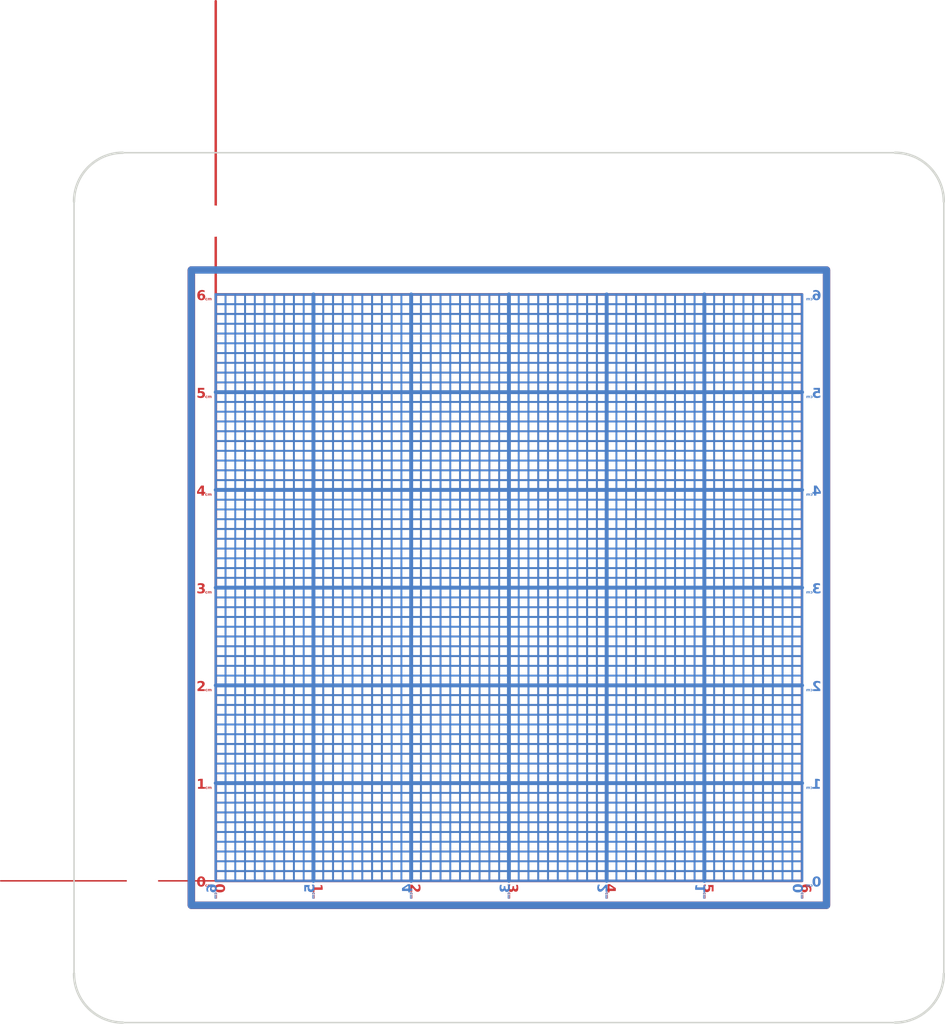
<source format=kicad_pcb>
(kicad_pcb (version 20221018) (generator pcbnew)
  (layers (0 "F.Cu" signal) (31 "B.Cu" signal) (34 "B.Paste" user) (35 "F.Paste" user) (36 "B.SilkS" user "B.Silkscreen") (37 "F.SilkS" user "F.Silkscreen") (38 "B.Mask" user) (39 "F.Mask" user) (44 "Edge.Cuts" user))
  (net 0 "")
  (footprint "oomlout_oomp_part_footprints:mhm3_electronic_mounting_hole_m3" (layer "F.Cu") (at -37.5 15)
    (fp_text reference "REF**" hide)
    (fp_text value "MountingHole_3.2mm_M3" hide)
    (pad "" np_thru_hole circle (at 0 0) (size 3.2 3.2) (drill 3.2) (layers "F&B.Cu" "*.Mask"))
  )
  (footprint "oomlout_oomp_part_footprints:mhm6_electronic_mounting_hole_m6" (layer "F.Cu") (at 22.4 37.5 90)
    (fp_text reference "REF**" hide)
    (fp_text value "MountingHole_6.4mm_M6" hide)
    (pad "" np_thru_hole circle (at 0 0 90) (size 6.4 6.4) (drill 6.4) (layers "F&B.Cu" "*.Mask"))
  )
  (footprint "oomlout_oomp_part_footprints:mhm3_electronic_mounting_hole_m3" (layer "F.Cu") (at 14.9 -37.5 90)
    (fp_text reference "REF**" hide)
    (fp_text value "MountingHole_3.2mm_M3" hide)
    (pad "" np_thru_hole circle (at 0 0 90) (size 3.2 3.2) (drill 3.2) (layers "F&B.Cu" "*.Mask"))
  )
  (footprint "oomlout_oomp_part_footprints:mhm3_electronic_mounting_hole_m3" (layer "F.Cu") (at -37.5 -15)
    (fp_text reference "REF**" hide)
    (fp_text value "MountingHole_3.2mm_M3" hide)
    (pad "" np_thru_hole circle (at 0 0) (size 3.2 3.2) (drill 3.2) (layers "F&B.Cu" "*.Mask"))
  )
  (footprint "oomlout_oomp_part_footprints:mhm3_electronic_mounting_hole_m3" (layer "F.Cu") (at 37.5 -30)
    (fp_text reference "REF**" hide)
    (fp_text value "MountingHole_3.2mm_M3" hide)
    (pad "" np_thru_hole circle (at 0 0) (size 3.2 3.2) (drill 3.2) (layers "F&B.Cu" "*.Mask"))
  )
  (footprint "oomlout_oomp_part_footprints:mhm6_electronic_mounting_hole_m6" (layer "F.Cu") (at 37.5 -22.5)
    (fp_text reference "REF**" hide)
    (fp_text value "MountingHole_6.4mm_M6" hide)
    (pad "" np_thru_hole circle (at 0 0) (size 6.4 6.4) (drill 6.4) (layers "F&B.Cu" "*.Mask"))
  )
  (footprint "oomlout_oomp_part_footprints:mhm6_electronic_mounting_hole_m6" (layer "F.Cu") (at -7.6 -37.5 90)
    (fp_text reference "REF**" hide)
    (fp_text value "MountingHole_6.4mm_M6" hide)
    (pad "" np_thru_hole circle (at 0 0 90) (size 6.4 6.4) (drill 6.4) (layers "F&B.Cu" "*.Mask"))
  )
  (footprint "oomlout_oomp_part_footprints:mhm3_electronic_mounting_hole_m3" (layer "F.Cu") (at 37.5 -15)
    (fp_text reference "REF**" hide)
    (fp_text value "MountingHole_3.2mm_M3" hide)
    (pad "" np_thru_hole circle (at 0 0) (size 3.2 3.2) (drill 3.2) (layers "F&B.Cu" "*.Mask"))
  )
  (footprint "oomlout_oomp_part_footprints:mhm3_electronic_mounting_hole_m3" (layer "F.Cu") (at -0.1 37.5 90)
    (fp_text reference "REF**" hide)
    (fp_text value "MountingHole_3.2mm_M3" hide)
    (pad "" np_thru_hole circle (at 0 0 90) (size 3.2 3.2) (drill 3.2) (layers "F&B.Cu" "*.Mask"))
  )
  (footprint "oomlout_oomp_part_footprints:mhm6_electronic_mounting_hole_m6" (layer "F.Cu") (at -37.5 -22.5)
    (fp_text reference "REF**" hide)
    (fp_text value "MountingHole_6.4mm_M6" hide)
    (pad "" np_thru_hole circle (at 0 0) (size 6.4 6.4) (drill 6.4) (layers "F&B.Cu" "*.Mask"))
  )
  (footprint "oomlout_oomp_part_footprints:mhm6_electronic_mounting_hole_m6" (layer "F.Cu") (at 37.5 7.5)
    (fp_text reference "REF**" hide)
    (fp_text value "MountingHole_6.4mm_M6" hide)
    (pad "" np_thru_hole circle (at 0 0) (size 6.4 6.4) (drill 6.4) (layers "F&B.Cu" "*.Mask"))
  )
  (footprint "oomlout_oomp_part_footprints:mhm3_electronic_mounting_hole_m3" (layer "F.Cu") (at 29.9 -37.5 90)
    (fp_text reference "REF**" hide)
    (fp_text value "MountingHole_3.2mm_M3" hide)
    (pad "" np_thru_hole circle (at 0 0 90) (size 3.2 3.2) (drill 3.2) (layers "F&B.Cu" "*.Mask"))
  )
  (footprint "oomlout_oomp_part_footprints:mhm3_electronic_mounting_hole_m3" (layer "F.Cu") (at -37.5 0)
    (fp_text reference "REF**" hide)
    (fp_text value "MountingHole_3.2mm_M3" hide)
    (pad "" np_thru_hole circle (at 0 0) (size 3.2 3.2) (drill 3.2) (layers "F&B.Cu" "*.Mask"))
  )
  (footprint "oomlout_oomp_part_footprints:mhm6_electronic_mounting_hole_m6" (layer "F.Cu") (at 22.4 -37.5 90)
    (fp_text reference "REF**" hide)
    (fp_text value "MountingHole_6.4mm_M6" hide)
    (pad "" np_thru_hole circle (at 0 0 90) (size 6.4 6.4) (drill 6.4) (layers "F&B.Cu" "*.Mask"))
  )
  (footprint "oomlout_oomp_part_footprints:mhm6_electronic_mounting_hole_m6" (layer "F.Cu") (at -37.5 7.5)
    (fp_text reference "REF**" hide)
    (fp_text value "MountingHole_6.4mm_M6" hide)
    (pad "" np_thru_hole circle (at 0 0) (size 6.4 6.4) (drill 6.4) (layers "*.Cu" "*.Mask"))
  )
  (footprint "oomlout_oomp_part_footprints:mhm6_electronic_mounting_hole_m6" (layer "F.Cu") (at 7.4 37.5 90)
    (fp_text reference "REF**" hide)
    (fp_text value "MountingHole_6.4mm_M6" hide)
    (pad "" np_thru_hole circle (at 0 0 90) (size 6.4 6.4) (drill 6.4) (layers "F&B.Cu" "*.Mask"))
  )
  (footprint "oomlout_oomp_part_footprints:mhm6_electronic_mounting_hole_m6" (layer "F.Cu") (at 37.5 22.5)
    (fp_text reference "REF**" hide)
    (fp_text value "MountingHole_6.4mm_M6" hide)
    (pad "" np_thru_hole circle (at 0 0) (size 6.4 6.4) (drill 6.4) (layers "F&B.Cu" "*.Mask"))
  )
  (footprint "oomlout_oomp_part_footprints:mhm3_electronic_mounting_hole_m3" (layer "F.Cu") (at -15.1 37.5 90)
    (fp_text reference "REF**" hide)
    (fp_text value "MountingHole_3.2mm_M3" hide)
    (pad "" np_thru_hole circle (at 0 0 90) (size 3.2 3.2) (drill 3.2) (layers "F&B.Cu" "*.Mask"))
  )
  (footprint "oomlout_oomp_part_footprints:mhm3_electronic_mounting_hole_m3" (layer "F.Cu") (at 37.5 30)
    (fp_text reference "REF**" hide)
    (fp_text value "MountingHole_3.2mm_M3" hide)
    (pad "" np_thru_hole circle (at 0 0) (size 3.2 3.2) (drill 3.2) (layers "F&B.Cu" "*.Mask"))
  )
  (footprint "oomlout_oomp_part_footprints:mhm3_electronic_mounting_hole_m3" (layer "F.Cu") (at -30.1 37.5 90)
    (fp_text reference "REF**" hide)
    (fp_text value "MountingHole_3.2mm_M3" hide)
    (pad "" np_thru_hole circle (at 0 0 90) (size 3.2 3.2) (drill 3.2) (layers "F&B.Cu" "*.Mask"))
  )
  (footprint "oomlout_oomp_part_footprints:mhm6_electronic_mounting_hole_m6" (layer "F.Cu") (at -37.5 -7.5)
    (fp_text reference "REF**" hide)
    (fp_text value "MountingHole_6.4mm_M6" hide)
    (pad "" np_thru_hole circle (at 0 0) (size 6.4 6.4) (drill 6.4) (layers "F&B.Cu" "*.Mask"))
  )
  (footprint "oomlout_oomp_part_footprints:mhm6_electronic_mounting_hole_m6" (layer "F.Cu") (at -7.6 37.5 90)
    (fp_text reference "REF**" hide)
    (fp_text value "MountingHole_6.4mm_M6" hide)
    (pad "" np_thru_hole circle (at 0 0 90) (size 6.4 6.4) (drill 6.4) (layers "F&B.Cu" "*.Mask"))
  )
  (footprint "oomlout_oomp_part_footprints:mhm3_electronic_mounting_hole_m3" (layer "F.Cu") (at 14.9 37.5 90)
    (fp_text reference "REF**" hide)
    (fp_text value "MountingHole_3.2mm_M3" hide)
    (pad "" np_thru_hole circle (at 0 0 90) (size 3.2 3.2) (drill 3.2) (layers "F&B.Cu" "*.Mask"))
  )
  (footprint "oomlout_oomp_part_footprints:mhm6_electronic_mounting_hole_m6" (layer "F.Cu") (at -22.6 -37.5 90)
    (fp_text reference "REF**" hide)
    (fp_text value "MountingHole_6.4mm_M6" hide)
    (pad "" np_thru_hole circle (at 0 0 90) (size 6.4 6.4) (drill 6.4) (layers "F&B.Cu" "*.Mask"))
  )
  (footprint "oomlout_oomp_part_footprints:mhm6_electronic_mounting_hole_m6" (layer "F.Cu") (at -37.5 37.5)
    (fp_text reference "REF**" hide)
    (fp_text value "MountingHole_6.4mm_M6" hide)
    (pad "" np_thru_hole circle (at 0 0) (size 6.4 6.4) (drill 6.4) (layers "F&B.Cu" "*.Mask"))
  )
  (footprint "oomlout_oomp_part_footprints:mhm6_electronic_mounting_hole_m6" (layer "F.Cu") (at -22.6 37.5 90)
    (fp_text reference "REF**" hide)
    (fp_text value "MountingHole_6.4mm_M6" hide)
    (pad "" np_thru_hole circle (at 0 0 90) (size 6.4 6.4) (drill 6.4) (layers "F&B.Cu" "*.Mask"))
  )
  (footprint "oomlout_oomp_part_footprints:mhm3_electronic_mounting_hole_m3" (layer "F.Cu") (at -15.1 -37.5 90)
    (fp_text reference "REF**" hide)
    (fp_text value "MountingHole_3.2mm_M3" hide)
    (pad "" np_thru_hole circle (at 0 0 90) (size 3.2 3.2) (drill 3.2) (layers "F&B.Cu" "*.Mask"))
  )
  (footprint "oomlout_oomp_part_footprints:mhm3_electronic_mounting_hole_m3" (layer "F.Cu") (at -37.5 -30)
    (fp_text reference "REF**" hide)
    (fp_text value "MountingHole_3.2mm_M3" hide)
    (pad "" np_thru_hole circle (at 0 0) (size 3.2 3.2) (drill 3.2) (layers "*.Cu" "*.Mask"))
  )
  (footprint "oomlout_oomp_part_footprints:mhm6_electronic_mounting_hole_m6" (layer "F.Cu") (at 37.5 -7.5)
    (fp_text reference "REF**" hide)
    (fp_text value "MountingHole_6.4mm_M6" hide)
    (pad "" np_thru_hole circle (at 0 0) (size 6.4 6.4) (drill 6.4) (layers "F&B.Cu" "*.Mask"))
  )
  (footprint "oomlout_oomp_part_footprints:mhm6_electronic_mounting_hole_m6" (layer "F.Cu") (at 7.4 -37.5 90)
    (fp_text reference "REF**" hide)
    (fp_text value "MountingHole_6.4mm_M6" hide)
    (pad "" np_thru_hole circle (at 0 0 90) (size 6.4 6.4) (drill 6.4) (layers "F&B.Cu" "*.Mask"))
  )
  (footprint "oomlout_oomp_part_footprints:mhm6_electronic_mounting_hole_m6" (layer "F.Cu") (at 37.5 -37.5 90)
    (fp_text reference "REF**" hide)
    (fp_text value "MountingHole_6.4mm_M6" hide)
    (pad "" np_thru_hole circle (at 0 0 90) (size 6.4 6.4) (drill 6.4) (layers "F&B.Cu" "*.Mask"))
  )
  (footprint "oomlout_oomp_part_footprints:mhm3_electronic_mounting_hole_m3" (layer "F.Cu") (at -37.5 30)
    (fp_text reference "REF**" hide)
    (fp_text value "MountingHole_3.2mm_M3" hide)
    (pad "" np_thru_hole circle (at 0 0) (size 3.2 3.2) (drill 3.2) (layers "F&B.Cu" "*.Mask"))
  )
  (footprint "oomlout_oomp_part_footprints:mhm6_electronic_mounting_hole_m6" (layer "F.Cu") (at 37.5 37.5)
    (fp_text reference "REF**" hide)
    (fp_text value "MountingHole_6.4mm_M6" hide)
    (pad "" np_thru_hole circle (at 0 0) (size 6.4 6.4) (drill 6.4) (layers "F&B.Cu" "*.Mask"))
  )
  (footprint "oomlout_oomp_part_footprints:mhm6_electronic_mounting_hole_m6" (layer "F.Cu") (at -37.5 -37.5)
    (fp_text reference "REF**" hide)
    (fp_text value "MountingHole_6.4mm_M6" hide)
    (pad "" np_thru_hole circle (at 0 0) (size 6.4 6.4) (drill 6.4) (layers "F&B.Cu" "*.Mask"))
  )
  (footprint "oomlout_oomp_part_footprints:mhm3_electronic_mounting_hole_m3" (layer "F.Cu") (at 37.5 0)
    (fp_text reference "REF**" hide)
    (fp_text value "MountingHole_3.2mm_M3" hide)
    (pad "" np_thru_hole circle (at 0 0) (size 3.2 3.2) (drill 3.2) (layers "F&B.Cu" "*.Mask"))
  )
  (footprint "oomlout_oomp_part_footprints:mhm3_electronic_mounting_hole_m3" (layer "F.Cu") (at -0.1 -37.5 90)
    (fp_text reference "REF**" hide)
    (fp_text value "MountingHole_3.2mm_M3" hide)
    (pad "" np_thru_hole circle (at 0 0 90) (size 3.2 3.2) (drill 3.2) (layers "F&B.Cu" "*.Mask"))
  )
  (footprint "oomlout_oomp_part_footprints:mhm3_electronic_mounting_hole_m3" (layer "F.Cu") (at 37.5 15)
    (fp_text reference "REF**" hide)
    (fp_text value "MountingHole_3.2mm_M3" hide)
    (pad "" np_thru_hole circle (at 0 0) (size 3.2 3.2) (drill 3.2) (layers "F&B.Cu" "*.Mask"))
  )
  (footprint "oomlout_oomp_part_footprints:mhm3_electronic_mounting_hole_m3" (layer "F.Cu") (at -30.1 -37.5 90)
    (fp_text reference "REF**" hide)
    (fp_text value "MountingHole_3.2mm_M3" hide)
    (pad "" np_thru_hole circle (at 0 0 90) (size 3.2 3.2) (drill 3.2) (layers "F&B.Cu" "*.Mask"))
  )
  (footprint "oomlout_oomp_part_footprints:mhm6_electronic_mounting_hole_m6" (layer "F.Cu") (at -37.5 22.5)
    (fp_text reference "REF**" hide)
    (fp_text value "MountingHole_6.4mm_M6" hide)
    (pad "" np_thru_hole circle (at 0 0) (size 6.4 6.4) (drill 6.4) (layers "F&B.Cu" "*.Mask"))
  )
  (gr_line (start 3 30) (end 3 -30) (stroke (width 0.15)) (layer "F.Cu"))
  (gr_line (start 16 30) (end 16 -30) (stroke (width 0.15)) (layer "F.Cu"))
  (gr_line (start -2 30) (end -2 -30) (stroke (width 0.15)) (layer "F.Cu"))
  (gr_line (start -30 -10) (end 30 -10) (stroke (width 0.25)) (layer "F.Cu"))
  (gr_line (start 28 30) (end 28 -30) (stroke (width 0.15)) (layer "F.Cu"))
  (gr_line (start -30 8) (end 30 8) (stroke (width 0.15)) (layer "F.Cu"))
  (gr_line (start -26 30) (end -26 -30) (stroke (width 0.15)) (layer "F.Cu"))
  (gr_line (start -4 30) (end -4 -30) (stroke (width 0.15)) (layer "F.Cu"))
  (gr_line (start -30 26) (end 30 26) (stroke (width 0.15)) (layer "F.Cu"))
  (gr_line (start 15 30) (end 15 -30) (stroke (width 0.15)) (layer "F.Cu"))
  (gr_line (start -16 30) (end -16 -30) (stroke (width 0.15)) (layer "F.Cu"))
  (gr_line (start -30 16) (end 30 16) (stroke (width 0.15)) (layer "F.Cu"))
  (gr_line (start -30 -3) (end 30 -3) (stroke (width 0.15)) (layer "F.Cu"))
  (gr_line (start 29 30) (end 29 -30) (stroke (width 0.15)) (layer "F.Cu"))
  (gr_line (start 27 30) (end 27 -30) (stroke (width 0.15)) (layer "F.Cu"))
  (gr_line (start 10 30) (end 10 -30) (stroke (width 0.25)) (layer "F.Cu"))
  (gr_line (start -30 -16) (end 30 -16) (stroke (width 0.15)) (layer "F.Cu"))
  (gr_line (start -30 -27) (end 30 -27) (stroke (width 0.15)) (layer "F.Cu"))
  (gr_line (start -7 30) (end -7 -30) (stroke (width 0.15)) (layer "F.Cu"))
  (gr_line (start -30 -12) (end 30 -12) (stroke (width 0.15)) (layer "F.Cu"))
  (gr_line (start 11 30) (end 11 -30) (stroke (width 0.15)) (layer "F.Cu"))
  (gr_line (start -30 -25) (end 30 -25) (stroke (width 0.15)) (layer "F.Cu"))
  (gr_line (start -30 27) (end 30 27) (stroke (width 0.15)) (layer "F.Cu"))
  (gr_line (start -25 30) (end -25 -30) (stroke (width 0.15)) (layer "F.Cu"))
  (gr_line (start -30 -13) (end 30 -13) (stroke (width 0.15)) (layer "F.Cu"))
  (gr_line (start -30 13) (end 30 13) (stroke (width 0.15)) (layer "F.Cu"))
  (gr_line (start -30 -12) (end 30 -12) (stroke (width 0.15)) (layer "F.Cu"))
  (gr_line (start -17 30) (end -17 -30) (stroke (width 0.15)) (layer "F.Cu"))
  (gr_line (start -30 -14) (end 30 -14) (stroke (width 0.15)) (layer "F.Cu"))
  (gr_line (start -24 30) (end -24 -30) (stroke (width 0.15)) (layer "F.Cu"))
  (gr_line (start 11 30) (end 11 -30) (stroke (width 0.15)) (layer "F.Cu"))
  (gr_line (start -30 20) (end 30 20) (stroke (width 0.25)) (layer "F.Cu"))
  (gr_line (start -8 30) (end -8 -30) (stroke (width 0.15)) (layer "F.Cu"))
  (gr_line (start -30 -11) (end 30 -11) (stroke (width 0.15)) (layer "F.Cu"))
  (gr_line (start -10 30) (end -10 -30) (stroke (width 0.25)) (layer "F.Cu"))
  (gr_line (start 23 30) (end 23 -30) (stroke (width 0.15)) (layer "F.Cu"))
  (gr_line (start -30 18) (end 30 18) (stroke (width 0.15)) (layer "F.Cu"))
  (gr_line (start -30 5) (end 30 5) (stroke (width 0.15)) (layer "F.Cu"))
  (gr_line (start 23 30) (end 23 -30) (stroke (width 0.15)) (layer "F.Cu"))
  (gr_line (start -30 -3) (end 30 -3) (stroke (width 0.15)) (layer "F.Cu"))
  (gr_line (start -30 -26) (end 30 -26) (stroke (width 0.15)) (layer "F.Cu"))
  (gr_line (start -20 30) (end -20 -30) (stroke (width 0.25)) (layer "F.Cu"))
  (gr_line (start 22 30) (end 22 -30) (stroke (width 0.15)) (layer "F.Cu"))
  (gr_line (start 19 30) (end 19 -30) (stroke (width 0.15)) (layer "F.Cu"))
  (gr_line (start -30 -18) (end 30 -18) (stroke (width 0.15)) (layer "F.Cu"))
  (gr_line (start -27 30) (end -27 -30) (stroke (width 0.15)) (layer "F.Cu"))
  (gr_line (start -30 14) (end 30 14) (stroke (width 0.15)) (layer "F.Cu"))
  (gr_line (start -30 6) (end 30 6) (stroke (width 0.15)) (layer "F.Cu"))
  (gr_line (start -30 26) (end 30 26) (stroke (width 0.15)) (layer "F.Cu"))
  (gr_line (start -30 4) (end 30 4) (stroke (width 0.15)) (layer "F.Cu"))
  (gr_line (start -30 23) (end 30 23) (stroke (width 0.15)) (layer "F.Cu"))
  (gr_line (start -30 2) (end 30 2) (stroke (width 0.15)) (layer "F.Cu"))
  (gr_line (start -30 12) (end 30 12) (stroke (width 0.15)) (layer "F.Cu"))
  (gr_line (start 28 30) (end 28 -30) (stroke (width 0.15)) (layer "F.Cu"))
  (gr_rect (start -32.5 -32.5) (end 32.5 32.5) (stroke (width 0.75)) (fill none) (layer "F.Cu"))
  (gr_line (start 12 30) (end 12 -30) (stroke (width 0.15)) (layer "F.Cu"))
  (gr_line (start -30 -27) (end 30 -27) (stroke (width 0.15)) (layer "F.Cu"))
  (gr_line (start -30 -29) (end 30 -29) (stroke (width 0.15)) (layer "F.Cu"))
  (gr_line (start -30 -9) (end 30 -9) (stroke (width 0.15)) (layer "F.Cu"))
  (gr_line (start -30 -8) (end 30 -8) (stroke (width 0.15)) (layer "F.Cu"))
  (gr_line (start -30 -18) (end 30 -18) (stroke (width 0.15)) (layer "F.Cu"))
  (gr_line (start 3 30) (end 3 -30) (stroke (width 0.15)) (layer "F.Cu"))
  (gr_line (start -30 -20) (end 30 -20) (stroke (width 0.25)) (layer "F.Cu"))
  (gr_line (start -30 22) (end 30 22) (stroke (width 0.15)) (layer "F.Cu"))
  (gr_line (start 22 30) (end 22 -30) (stroke (width 0.15)) (layer "F.Cu"))
  (gr_line (start -30 -29) (end 30 -29) (stroke (width 0.15)) (layer "F.Cu"))
  (gr_line (start -30 -23) (end 30 -23) (stroke (width 0.15)) (layer "F.Cu"))
  (gr_line (start -30 29) (end 30 29) (stroke (width 0.15)) (layer "F.Cu"))
  (gr_line (start 27 30) (end 27 -30) (stroke (width 0.15)) (layer "F.Cu"))
  (gr_line (start -30 -17) (end 30 -17) (stroke (width 0.15)) (layer "F.Cu"))
  (gr_line (start 17 30) (end 17 -30) (stroke (width 0.15)) (layer "F.Cu"))
  (gr_line (start -22 30) (end -22 -30) (stroke (width 0.15)) (layer "F.Cu"))
  (gr_line (start -30 -1) (end 30 -1) (stroke (width 0.15)) (layer "F.Cu"))
  (gr_line (start -30 -6) (end 30 -6) (stroke (width 0.15)) (layer "F.Cu"))
  (gr_line (start 5 30) (end 5 -30) (stroke (width 0.15)) (layer "F.Cu"))
  (gr_line (start -24 30) (end -24 -30) (stroke (width 0.15)) (layer "F.Cu"))
  (gr_line (start 0 30) (end 0 -30) (stroke (width 0.25)) (layer "F.Cu"))
  (gr_line (start -30 9) (end 30 9) (stroke (width 0.15)) (layer "F.Cu"))
  (gr_line (start -30 28) (end 30 28) (stroke (width 0.15)) (layer "F.Cu"))
  (gr_line (start -30 3) (end 30 3) (stroke (width 0.15)) (layer "F.Cu"))
  (gr_line (start -30 -28) (end 30 -28) (stroke (width 0.15)) (layer "F.Cu"))
  (gr_line (start -9 30) (end -9 -30) (stroke (width 0.15)) (layer "F.Cu"))
  (gr_line (start -30 22) (end 30 22) (stroke (width 0.15)) (layer "F.Cu"))
  (gr_line (start -25 30) (end -25 -30) (stroke (width 0.15)) (layer "F.Cu"))
  (gr_line (start -30 21) (end 30 21) (stroke (width 0.15)) (layer "F.Cu"))
  (gr_line (start 8 30) (end 8 -30) (stroke (width 0.15)) (layer "F.Cu"))
  (gr_line (start -30 1) (end 30 1) (stroke (width 0.15)) (layer "F.Cu"))
  (gr_line (start -23 30) (end -23 -30) (stroke (width 0.15)) (layer "F.Cu"))
  (gr_line (start -30 20) (end 30 20) (stroke (width 0.25)) (layer "F.Cu"))
  (gr_line (start -21 30) (end -21 -30) (stroke (width 0.15)) (layer "F.Cu"))
  (gr_line (start -30 1) (end 30 1) (stroke (width 0.15)) (layer "F.Cu"))
  (gr_line (start 17 30) (end 17 -30) (stroke (width 0.15)) (layer "F.Cu"))
  (gr_line (start -30 -23) (end 30 -23) (stroke (width 0.15)) (layer "F.Cu"))
  (gr_line (start -30 12) (end 30 12) (stroke (width 0.15)) (layer "F.Cu"))
  (gr_line (start 14 30) (end 14 -30) (stroke (width 0.15)) (layer "F.Cu"))
  (gr_line (start -30 -5) (end 30 -5) (stroke (width 0.15)) (layer "F.Cu"))
  (gr_line (start -30 -4) (end 30 -4) (stroke (width 0.15)) (layer "F.Cu"))
  (gr_line (start -13 30) (end -13 -30) (stroke (width 0.15)) (layer "F.Cu"))
  (gr_line (start -17 30) (end -17 -30) (stroke (width 0.15)) (layer "F.Cu"))
  (gr_line (start -30 -7) (end 30 -7) (stroke (width 0.15)) (layer "F.Cu"))
  (gr_line (start -30 -9) (end 30 -9) (stroke (width 0.15)) (layer "F.Cu"))
  (gr_line (start 7 30) (end 7 -30) (stroke (width 0.15)) (layer "F.Cu"))
  (gr_line (start -30 -1) (end 30 -1) (stroke (width 0.15)) (layer "F.Cu"))
  (gr_line (start -28 30) (end -28 -30) (stroke (width 0.15)) (layer "F.Cu"))
  (gr_line (start -30 14) (end 30 14) (stroke (width 0.15)) (layer "F.Cu"))
  (gr_line (start -6 30) (end -6 -30) (stroke (width 0.15)) (layer "F.Cu"))
  (gr_line (start 5 30) (end 5 -30) (stroke (width 0.15)) (layer "F.Cu"))
  (gr_line (start 20 30) (end 20 -30) (stroke (width 0.25)) (layer "F.Cu"))
  (gr_line (start -10 30) (end -10 -30) (stroke (width 0.25)) (layer "F.Cu"))
  (gr_line (start -13 30) (end -13 -30) (stroke (width 0.15)) (layer "F.Cu"))
  (gr_line (start 2 30) (end 2 -30) (stroke (width 0.15)) (layer "F.Cu"))
  (gr_line (start -30 16) (end 30 16) (stroke (width 0.15)) (layer "F.Cu"))
  (gr_line (start 7 30) (end 7 -30) (stroke (width 0.15)) (layer "F.Cu"))
  (gr_line (start -30 25) (end 30 25) (stroke (width 0.15)) (layer "F.Cu"))
  (gr_rect (start -30 -30) (end 30 30) (stroke (width 0.25)) (fill none) (layer "F.Cu"))
  (gr_line (start -30 15) (end 30 15) (stroke (width 0.15)) (layer "F.Cu"))
  (gr_line (start 1 30) (end 1 -30) (stroke (width 0.15)) (layer "F.Cu"))
  (gr_line (start 18 30) (end 18 -30) (stroke (width 0.15)) (layer "F.Cu"))
  (gr_line (start -14 30) (end -14 -30) (stroke (width 0.15)) (layer "F.Cu"))
  (gr_line (start -30 -11) (end 30 -11) (stroke (width 0.15)) (layer "F.Cu"))
  (gr_line (start -2 30) (end -2 -30) (stroke (width 0.15)) (layer "F.Cu"))
  (gr_line (start -5 30) (end -5 -30) (stroke (width 0.15)) (layer "F.Cu"))
  (gr_line (start -30 -19) (end 30 -19) (stroke (width 0.15)) (layer "F.Cu"))
  (gr_line (start -30 4) (end 30 4) (stroke (width 0.15)) (layer "F.Cu"))
  (gr_line (start 24 30) (end 24 -30) (stroke (width 0.15)) (layer "F.Cu"))
  (gr_line (start -30 19) (end 30 19) (stroke (width 0.15)) (layer "F.Cu"))
  (gr_line (start -30 17) (end 30 17) (stroke (width 0.15)) (layer "F.Cu"))
  (gr_line (start -15 30) (end -15 -30) (stroke (width 0.15)) (layer "F.Cu"))
  (gr_line (start -30 11) (end 30 11) (stroke (width 0.15)) (layer "F.Cu"))
  (gr_line (start -30 29) (end 30 29) (stroke (width 0.15)) (layer "F.Cu"))
  (gr_line (start -5 30) (end -5 -30) (stroke (width 0.15)) (layer "F.Cu"))
  (gr_line (start -30 6) (end 30 6) (stroke (width 0.15)) (layer "F.Cu"))
  (gr_line (start -30 -22) (end 30 -22) (stroke (width 0.15)) (layer "F.Cu"))
  (gr_line (start 24 30) (end 24 -30) (stroke (width 0.15)) (layer "F.Cu"))
  (gr_line (start -30 -5) (end 30 -5) (stroke (width 0.15)) (layer "F.Cu"))
  (gr_line (start -28 30) (end -28 -30) (stroke (width 0.15)) (layer "F.Cu"))
  (gr_line (start -30 -21) (end 30 -21) (stroke (width 0.15)) (layer "F.Cu"))
  (gr_line (start -30 23) (end 30 23) (stroke (width 0.15)) (layer "F.Cu"))
  (gr_line (start -26 30) (end -26 -30) (stroke (width 0.15)) (layer "F.Cu"))
  (gr_line (start -30 15) (end 30 15) (stroke (width 0.15)) (layer "F.Cu"))
  (gr_line (start -30 5) (end 30 5) (stroke (width 0.15)) (layer "F.Cu"))
  (gr_line (start 9 30) (end 9 -30) (stroke (width 0.15)) (layer "F.Cu"))
  (gr_line (start 29 30) (end 29 -30) (stroke (width 0.15)) (layer "F.Cu"))
  (gr_line (start -30 -25) (end 30 -25) (stroke (width 0.15)) (layer "F.Cu"))
  (gr_line (start -29 30) (end -29 -30) (stroke (width 0.15)) (layer "F.Cu"))
  (gr_line (start -1 30) (end -1 -30) (stroke (width 0.15)) (layer "F.Cu"))
  (gr_line (start -9 30) (end -9 -30) (stroke (width 0.15)) (layer "F.Cu"))
  (gr_line (start -3 30) (end -3 -30) (stroke (width 0.15)) (layer "F.Cu"))
  (gr_line (start -19 30) (end -19 -30) (stroke (width 0.15)) (layer "F.Cu"))
  (gr_line (start -30 -2) (end 30 -2) (stroke (width 0.15)) (layer "F.Cu"))
  (gr_line (start -30 27) (end 30 27) (stroke (width 0.15)) (layer "F.Cu"))
  (gr_line (start -27 30) (end -27 -30) (stroke (width 0.15)) (layer "F.Cu"))
  (gr_line (start 9 30) (end 9 -30) (stroke (width 0.15)) (layer "F.Cu"))
  (gr_line (start 1 30) (end 1 -30) (stroke (width 0.15)) (layer "F.Cu"))
  (gr_line (start -18 30) (end -18 -30) (stroke (width 0.15)) (layer "F.Cu"))
  (gr_line (start 20 30) (end 20 -30) (stroke (width 0.25)) (layer "F.Cu"))
  (gr_line (start -15 30) (end -15 -30) (stroke (width 0.15)) (layer "F.Cu"))
  (gr_line (start -30 -4) (end 30 -4) (stroke (width 0.15)) (layer "F.Cu"))
  (gr_line (start 26 30) (end 26 -30) (stroke (width 0.15)) (layer "F.Cu"))
  (gr_line (start 6 30) (end 6 -30) (stroke (width 0.15)) (layer "F.Cu"))
  (gr_line (start -4 30) (end -4 -30) (stroke (width 0.15)) (layer "F.Cu"))
  (gr_line (start 18 30) (end 18 -30) (stroke (width 0.15)) (layer "F.Cu"))
  (gr_line (start -30 0) (end -30 -60) (stroke (width 0.25)) (layer "F.Cu"))
  (gr_line (start 16 30) (end 16 -30) (stroke (width 0.15)) (layer "F.Cu"))
  (gr_line (start 10 30) (end 10 -30) (stroke (width 0.25)) (layer "F.Cu"))
  (gr_line (start -30 18) (end 30 18) (stroke (width 0.15)) (layer "F.Cu"))
  (gr_line (start -30 -24) (end 30 -24) (stroke (width 0.15)) (layer "F.Cu"))
  (gr_line (start 12 30) (end 12 -30) (stroke (width 0.15)) (layer "F.Cu"))
  (gr_line (start -30 19) (end 30 19) (stroke (width 0.15)) (layer "F.Cu"))
  (gr_line (start -18 30) (end -18 -30) (stroke (width 0.15)) (layer "F.Cu"))
  (gr_line (start 4 30) (end 4 -30) (stroke (width 0.15)) (layer "F.Cu"))
  (gr_line (start 4 30) (end 4 -30) (stroke (width 0.15)) (layer "F.Cu"))
  (gr_line (start -30 -8) (end 30 -8) (stroke (width 0.15)) (layer "F.Cu"))
  (gr_line (start -21 30) (end -21 -30) (stroke (width 0.15)) (layer "F.Cu"))
  (gr_line (start -23 30) (end -23 -30) (stroke (width 0.15)) (layer "F.Cu"))
  (gr_line (start -30 -24) (end 30 -24) (stroke (width 0.15)) (layer "F.Cu"))
  (gr_line (start -30 17) (end 30 17) (stroke (width 0.15)) (layer "F.Cu"))
  (gr_line (start -29 30) (end -29 -30) (stroke (width 0.15)) (layer "F.Cu"))
  (gr_line (start 6 30) (end 6 -30) (stroke (width 0.15)) (layer "F.Cu"))
  (gr_line (start -30 25) (end 30 25) (stroke (width 0.15)) (layer "F.Cu"))
  (gr_line (start -30 24) (end 30 24) (stroke (width 0.15)) (layer "F.Cu"))
  (gr_line (start -30 9) (end 30 9) (stroke (width 0.15)) (layer "F.Cu"))
  (gr_rect (start -30 -30) (end 30 30) (stroke (width 0.25)) (fill none) (layer "F.Cu"))
  (gr_line (start -30 -17) (end 30 -17) (stroke (width 0.15)) (layer "F.Cu"))
  (gr_line (start -16 30) (end -16 -30) (stroke (width 0.15)) (layer "F.Cu"))
  (gr_line (start -30 0) (end 30 0) (stroke (width 0.25)) (layer "F.Cu"))
  (gr_line (start 2 30) (end 2 -30) (stroke (width 0.15)) (layer "F.Cu"))
  (gr_line (start 8 30) (end -52 30) (stroke (width 0.15)) (layer "F.Cu"))
  (gr_line (start 15 30) (end 15 -30) (stroke (width 0.15)) (layer "F.Cu"))
  (gr_line (start -30 3) (end 30 3) (stroke (width 0.15)) (layer "F.Cu"))
  (gr_line (start -30 -15) (end 30 -15) (stroke (width 0.15)) (layer "F.Cu"))
  (gr_line (start -30 7) (end 30 7) (stroke (width 0.15)) (layer "F.Cu"))
  (gr_line (start -8 30) (end -8 -30) (stroke (width 0.15)) (layer "F.Cu"))
  (gr_line (start -3 30) (end -3 -30) (stroke (width 0.15)) (layer "F.Cu"))
  (gr_line (start -30 21) (end 30 21) (stroke (width 0.15)) (layer "F.Cu"))
  (gr_line (start 25 30) (end 25 -30) (stroke (width 0.15)) (layer "F.Cu"))
  (gr_line (start -30 -13) (end 30 -13) (stroke (width 0.15)) (layer "F.Cu"))
  (gr_line (start -14 30) (end -14 -30) (stroke (width 0.15)) (layer "F.Cu"))
  (gr_line (start 21 30) (end 21 -30) (stroke (width 0.15)) (layer "F.Cu"))
  (gr_line (start 21 30) (end 21 -30) (stroke (width 0.15)) (layer "F.Cu"))
  (gr_line (start -30 -16) (end 30 -16) (stroke (width 0.15)) (layer "F.Cu"))
  (gr_line (start -30 -26) (end 30 -26) (stroke (width 0.15)) (layer "F.Cu"))
  (gr_line (start -30 -28) (end 30 -28) (stroke (width 0.15)) (layer "F.Cu"))
  (gr_line (start -22 30) (end -22 -30) (stroke (width 0.15)) (layer "F.Cu"))
  (gr_line (start -30 13) (end 30 13) (stroke (width 0.15)) (layer "F.Cu"))
  (gr_line (start -30 10) (end 30 10) (stroke (width 0.25)) (layer "F.Cu"))
  (gr_line (start -30 11) (end 30 11) (stroke (width 0.15)) (layer "F.Cu"))
  (gr_line (start -12 30) (end -12 -30) (stroke (width 0.15)) (layer "F.Cu"))
  (gr_rect (start -32.5 -32.5) (end 32.5 32.5) (stroke (width 0.75)) (fill none) (layer "F.Cu"))
  (gr_line (start -30 -2) (end 30 -2) (stroke (width 0.15)) (layer "F.Cu"))
  (gr_line (start 25 30) (end 25 -30) (stroke (width 0.15)) (layer "F.Cu"))
  (gr_line (start -30 8) (end 30 8) (stroke (width 0.15)) (layer "F.Cu"))
  (gr_line (start -11 30) (end -11 -30) (stroke (width 0.15)) (layer "F.Cu"))
  (gr_line (start -30 -7) (end 30 -7) (stroke (width 0.15)) (layer "F.Cu"))
  (gr_line (start -30 28) (end 30 28) (stroke (width 0.15)) (layer "F.Cu"))
  (gr_line (start -30 -15) (end 30 -15) (stroke (width 0.15)) (layer "F.Cu"))
  (gr_line (start 13 30) (end 13 -30) (stroke (width 0.15)) (layer "F.Cu"))
  (gr_line (start -30 2) (end 30 2) (stroke (width 0.15)) (layer "F.Cu"))
  (gr_line (start -30 24) (end 30 24) (stroke (width 0.15)) (layer "F.Cu"))
  (gr_line (start 0 30) (end 0 -30) (stroke (width 0.25)) (layer "F.Cu"))
  (gr_line (start -30 -10) (end 30 -10) (stroke (width 0.25)) (layer "F.Cu"))
  (gr_line (start 26 30) (end 26 -30) (stroke (width 0.15)) (layer "F.Cu"))
  (gr_line (start -30 -22) (end 30 -22) (stroke (width 0.15)) (layer "F.Cu"))
  (gr_line (start -1 30) (end -1 -30) (stroke (width 0.15)) (layer "F.Cu"))
  (gr_line (start -6 30) (end -6 -30) (stroke (width 0.15)) (layer "F.Cu"))
  (gr_line (start -11 30) (end -11 -30) (stroke (width 0.15)) (layer "F.Cu"))
  (gr_line (start 19 30) (end 19 -30) (stroke (width 0.15)) (layer "F.Cu"))
  (gr_line (start -20 30) (end -20 -30) (stroke (width 0.25)) (layer "F.Cu"))
  (gr_line (start -30 -6) (end 30 -6) (stroke (width 0.15)) (layer "F.Cu"))
  (gr_line (start -7 30) (end -7 -30) (stroke (width 0.15)) (layer "F.Cu"))
  (gr_line (start -30 -14) (end 30 -14) (stroke (width 0.15)) (layer "F.Cu"))
  (gr_line (start -30 -21) (end 30 -21) (stroke (width 0.15)) (layer "F.Cu"))
  (gr_line (start -12 30) (end -12 -30) (stroke (width 0.15)) (layer "F.Cu"))
  (gr_line (start -30 7) (end 30 7) (stroke (width 0.15)) (layer "F.Cu"))
  (gr_line (start -19 30) (end -19 -30) (stroke (width 0.15)) (layer "F.Cu"))
  (gr_line (start -30 -19) (end 30 -19) (stroke (width 0.15)) (layer "F.Cu"))
  (gr_line (start -30 -20) (end 30 -20) (stroke (width 0.25)) (layer "F.Cu"))
  (gr_line (start 14 30) (end 14 -30) (stroke (width 0.15)) (layer "F.Cu"))
  (gr_line (start 13 30) (end 13 -30) (stroke (width 0.15)) (layer "F.Cu"))
  (gr_line (start -30 10) (end 30 10) (stroke (width 0.25)) (layer "F.Cu"))
  (gr_line (start -30 26) (end 30 26) (stroke (width 0.2)) (layer "B.Cu"))
  (gr_line (start -30 23) (end 30 23) (stroke (width 0.2)) (layer "B.Cu"))
  (gr_line (start -30 1) (end 30 1) (stroke (width 0.2)) (layer "B.Cu"))
  (gr_line (start -30 -28) (end 30 -28) (stroke (width 0.2)) (layer "B.Cu"))
  (gr_line (start -18 -30) (end -18 30) (stroke (width 0.2)) (layer "B.Cu"))
  (gr_line (start -14 -30) (end -14 30) (stroke (width 0.2)) (layer "B.Cu"))
  (gr_line (start -30 -20) (end 30 -20) (stroke (width 0.4)) (layer "B.Cu"))
  (gr_line (start -20 -30) (end -20 30) (stroke (width 0.4)) (layer "B.Cu"))
  (gr_line (start -30 -7) (end 30 -7) (stroke (width 0.2)) (layer "B.Cu"))
  (gr_line (start -30 13) (end 30 13) (stroke (width 0.2)) (layer "B.Cu"))
  (gr_line (start 23 -30) (end 23 30) (stroke (width 0.2)) (layer "B.Cu"))
  (gr_line (start -30 -12) (end 30 -12) (stroke (width 0.2)) (layer "B.Cu"))
  (gr_line (start 18 -30) (end 18 30) (stroke (width 0.2)) (layer "B.Cu"))
  (gr_line (start -30 17) (end 30 17) (stroke (width 0.2)) (layer "B.Cu"))
  (gr_line (start -30 15) (end 30 15) (stroke (width 0.2)) (layer "B.Cu"))
  (gr_line (start -17 -30) (end -17 30) (stroke (width 0.2)) (layer "B.Cu"))
  (gr_line (start 14 -30) (end 14 30) (stroke (width 0.2)) (layer "B.Cu"))
  (gr_line (start -30 -2) (end 30 -2) (stroke (width 0.2)) (layer "B.Cu"))
  (gr_line (start -30 22) (end 30 22) (stroke (width 0.2)) (layer "B.Cu"))
  (gr_line (start 1 -30) (end 1 30) (stroke (width 0.2)) (layer "B.Cu"))
  (gr_line (start -16 -30) (end -16 30) (stroke (width 0.2)) (layer "B.Cu"))
  (gr_line (start -30 2) (end 30 2) (stroke (width 0.2)) (layer "B.Cu"))
  (gr_line (start -30 -19) (end 30 -19) (stroke (width 0.2)) (layer "B.Cu"))
  (gr_line (start 10 -30) (end 10 30) (stroke (width 0.4)) (layer "B.Cu"))
  (gr_line (start -10 -30) (end -10 30) (stroke (width 0.4)) (layer "B.Cu"))
  (gr_rect (start -30 -30) (end 30 30) (stroke (width 0.25)) (fill none) (layer "B.Cu"))
  (gr_line (start -30 -8) (end 30 -8) (stroke (width 0.2)) (layer "B.Cu"))
  (gr_line (start -13 -30) (end -13 30) (stroke (width 0.2)) (layer "B.Cu"))
  (gr_line (start -27 -30) (end -27 30) (stroke (width 0.2)) (layer "B.Cu"))
  (gr_line (start -30 -25) (end 30 -25) (stroke (width 0.2)) (layer "B.Cu"))
  (gr_line (start 5 -30) (end 5 30) (stroke (width 0.2)) (layer "B.Cu"))
  (gr_line (start -30 7) (end 30 7) (stroke (width 0.2)) (layer "B.Cu"))
  (gr_line (start 29 -30) (end 29 30) (stroke (width 0.2)) (layer "B.Cu"))
  (gr_line (start 17 -30) (end 17 30) (stroke (width 0.2)) (layer "B.Cu"))
  (gr_line (start -11 -30) (end -11 30) (stroke (width 0.2)) (layer "B.Cu"))
  (gr_line (start 28 -30) (end 28 30) (stroke (width 0.2)) (layer "B.Cu"))
  (gr_line (start -28 -30) (end -28 30) (stroke (width 0.2)) (layer "B.Cu"))
  (gr_line (start 6 -30) (end 6 30) (stroke (width 0.2)) (layer "B.Cu"))
  (gr_line (start -30 16) (end 30 16) (stroke (width 0.2)) (layer "B.Cu"))
  (gr_line (start 11 -30) (end 11 30) (stroke (width 0.2)) (layer "B.Cu"))
  (gr_line (start -2 -30) (end -2 30) (stroke (width 0.2)) (layer "B.Cu"))
  (gr_line (start -30 -26) (end 30 -26) (stroke (width 0.2)) (layer "B.Cu"))
  (gr_line (start -30 25) (end 30 25) (stroke (width 0.2)) (layer "B.Cu"))
  (gr_line (start -30 -5) (end 30 -5) (stroke (width 0.2)) (layer "B.Cu"))
  (gr_line (start -30 29) (end 30 29) (stroke (width 0.2)) (layer "B.Cu"))
  (gr_line (start -25 -30) (end -25 30) (stroke (width 0.2)) (layer "B.Cu"))
  (gr_line (start -30 24) (end 30 24) (stroke (width 0.2)) (layer "B.Cu"))
  (gr_line (start -30 -1) (end 30 -1) (stroke (width 0.2)) (layer "B.Cu"))
  (gr_line (start -30 5) (end 30 5) (stroke (width 0.2)) (layer "B.Cu"))
  (gr_line (start -8 -30) (end -8 30) (stroke (width 0.2)) (layer "B.Cu"))
  (gr_line (start -30 -18) (end 30 -18) (stroke (width 0.2)) (layer "B.Cu"))
  (gr_line (start 2 -30) (end 2 30) (stroke (width 0.2)) (layer "B.Cu"))
  (gr_line (start -30 4) (end 30 4) (stroke (width 0.2)) (layer "B.Cu"))
  (gr_line (start 0 -30) (end 0 30) (stroke (width 0.4)) (layer "B.Cu"))
  (gr_line (start 12 -30) (end 12 30) (stroke (width 0.2)) (layer "B.Cu"))
  (gr_line (start -19 -30) (end -19 30) (stroke (width 0.2)) (layer "B.Cu"))
  (gr_line (start -30 21) (end 30 21) (stroke (width 0.2)) (layer "B.Cu"))
  (gr_rect (start -32.5 -32.5) (end 32.5 32.5) (stroke (width 0.75)) (fill none) (layer "B.Cu"))
  (gr_line (start 16 -30) (end 16 30) (stroke (width 0.2)) (layer "B.Cu"))
  (gr_line (start 20 -30) (end 20 30) (stroke (width 0.4)) (layer "B.Cu"))
  (gr_line (start 22 -30) (end 22 30) (stroke (width 0.2)) (layer "B.Cu"))
  (gr_line (start -15 -30) (end -15 30) (stroke (width 0.2)) (layer "B.Cu"))
  (gr_line (start -30 6) (end 30 6) (stroke (width 0.2)) (layer "B.Cu"))
  (gr_line (start -30 8) (end 30 8) (stroke (width 0.2)) (layer "B.Cu"))
  (gr_line (start -30 -22) (end 30 -22) (stroke (width 0.2)) (layer "B.Cu"))
  (gr_line (start -30 10) (end 30 10) (stroke (width 0.4)) (layer "B.Cu"))
  (gr_line (start -30 27) (end 30 27) (stroke (width 0.2)) (layer "B.Cu"))
  (gr_line (start -12 -30) (end -12 30) (stroke (width 0.2)) (layer "B.Cu"))
  (gr_line (start -30 -9) (end 30 -9) (stroke (width 0.2)) (layer "B.Cu"))
  (gr_line (start -30 11) (end 30 11) (stroke (width 0.2)) (layer "B.Cu"))
  (gr_line (start 3 -30) (end 3 30) (stroke (width 0.2)) (layer "B.Cu"))
  (gr_line (start -24 -30) (end -24 30) (stroke (width 0.2)) (layer "B.Cu"))
  (gr_line (start -30 14) (end 30 14) (stroke (width 0.2)) (layer "B.Cu"))
  (gr_line (start -30 -16) (end 30 -16) (stroke (width 0.2)) (layer "B.Cu"))
  (gr_line (start -29 -30) (end -29 30) (stroke (width 0.2)) (layer "B.Cu"))
  (gr_line (start -30 -10) (end 30 -10) (stroke (width 0.4)) (layer "B.Cu"))
  (gr_line (start -30 -3) (end 30 -3) (stroke (width 0.2)) (layer "B.Cu"))
  (gr_line (start -30 20) (end 30 20) (stroke (width 0.4)) (layer "B.Cu"))
  (gr_line (start -30 -4) (end 30 -4) (stroke (width 0.2)) (layer "B.Cu"))
  (gr_line (start -30 9) (end 30 9) (stroke (width 0.2)) (layer "B.Cu"))
  (gr_line (start 25 -30) (end 25 30) (stroke (width 0.2)) (layer "B.Cu"))
  (gr_line (start -30 18) (end 30 18) (stroke (width 0.2)) (layer "B.Cu"))
  (gr_line (start -30 19) (end 30 19) (stroke (width 0.2)) (layer "B.Cu"))
  (gr_line (start -23 -30) (end -23 30) (stroke (width 0.2)) (layer "B.Cu"))
  (gr_line (start 15 -30) (end 15 30) (stroke (width 0.2)) (layer "B.Cu"))
  (gr_line (start -30 -6) (end 30 -6) (stroke (width 0.2)) (layer "B.Cu"))
  (gr_line (start -6 -30) (end -6 30) (stroke (width 0.2)) (layer "B.Cu"))
  (gr_line (start -7 -30) (end -7 30) (stroke (width 0.2)) (layer "B.Cu"))
  (gr_line (start -4 -30) (end -4 30) (stroke (width 0.2)) (layer "B.Cu"))
  (gr_line (start -3 -30) (end -3 30) (stroke (width 0.2)) (layer "B.Cu"))
  (gr_line (start -1 -30) (end -1 30) (stroke (width 0.2)) (layer "B.Cu"))
  (gr_line (start -30 -15) (end 30 -15) (stroke (width 0.2)) (layer "B.Cu"))
  (gr_line (start -30 -24) (end 30 -24) (stroke (width 0.2)) (layer "B.Cu"))
  (gr_line (start -30 28) (end 30 28) (stroke (width 0.2)) (layer "B.Cu"))
  (gr_line (start -30 -21) (end 30 -21) (stroke (width 0.2)) (layer "B.Cu"))
  (gr_line (start -22 -30) (end -22 30) (stroke (width 0.2)) (layer "B.Cu"))
  (gr_line (start 24 -30) (end 24 30) (stroke (width 0.2)) (layer "B.Cu"))
  (gr_line (start -26 -30) (end -26 30) (stroke (width 0.2)) (layer "B.Cu"))
  (gr_line (start -5 -30) (end -5 30) (stroke (width 0.2)) (layer "B.Cu"))
  (gr_line (start 26 -30) (end 26 30) (stroke (width 0.2)) (layer "B.Cu"))
  (gr_line (start -30 -23) (end 30 -23) (stroke (width 0.2)) (layer "B.Cu"))
  (gr_line (start 4 -30) (end 4 30) (stroke (width 0.2)) (layer "B.Cu"))
  (gr_line (start -30 12) (end 30 12) (stroke (width 0.2)) (layer "B.Cu"))
  (gr_line (start 8 -30) (end 8 30) (stroke (width 0.2)) (layer "B.Cu"))
  (gr_line (start 21 -30) (end 21 30) (stroke (width 0.2)) (layer "B.Cu"))
  (gr_line (start -21 -30) (end -21 30) (stroke (width 0.2)) (layer "B.Cu"))
  (gr_line (start -9 -30) (end -9 30) (stroke (width 0.2)) (layer "B.Cu"))
  (gr_line (start 27 -30) (end 27 30) (stroke (width 0.2)) (layer "B.Cu"))
  (gr_line (start -30 -14) (end 30 -14) (stroke (width 0.2)) (layer "B.Cu"))
  (gr_line (start -30 -17) (end 30 -17) (stroke (width 0.2)) (layer "B.Cu"))
  (gr_line (start 9 -30) (end 9 30) (stroke (width 0.2)) (layer "B.Cu"))
  (gr_line (start 13 -30) (end 13 30) (stroke (width 0.2)) (layer "B.Cu"))
  (gr_line (start -30 0) (end 30 0) (stroke (width 0.4)) (layer "B.Cu"))
  (gr_line (start -30 3) (end 30 3) (stroke (width 0.2)) (layer "B.Cu"))
  (gr_line (start -30 -11) (end 30 -11) (stroke (width 0.2)) (layer "B.Cu"))
  (gr_line (start 7 -30) (end 7 30) (stroke (width 0.2)) (layer "B.Cu"))
  (gr_line (start -30 -13) (end 30 -13) (stroke (width 0.2)) (layer "B.Cu"))
  (gr_line (start 19 -30) (end 19 30) (stroke (width 0.2)) (layer "B.Cu"))
  (gr_line (start -30 -29) (end 30 -29) (stroke (width 0.2)) (layer "B.Cu"))
  (gr_line (start -30 -27) (end 30 -27) (stroke (width 0.2)) (layer "B.Cu"))
  (gr_arc (start -44.5 -39.5) (mid -43.035534 -43.035534) (end -39.5 -44.5) (stroke (width 0.25)) (layer "Edge.Cuts"))
  (gr_line (start 44.5 -39.5) (end 44.5 39.5) (stroke (width 0.15)) (layer "Edge.Cuts"))
  (gr_arc (start 44.5 39.5) (mid 43.035534 43.035533) (end 39.5 44.5) (stroke (width 0.25)) (layer "Edge.Cuts"))
  (gr_arc (start 39.5 -44.5) (mid 43.035534 -43.035534) (end 44.5 -39.5) (stroke (width 0.25)) (layer "Edge.Cuts"))
  (gr_line (start 39.5 44.5) (end -39.5 44.5) (stroke (width 0.15)) (layer "Edge.Cuts"))
  (gr_line (start -39.5 -44.5) (end 39.5 -44.5) (stroke (width 0.15)) (layer "Edge.Cuts"))
  (gr_arc (start -39.5 44.5) (mid -43.035534 43.035534) (end -44.5 39.5) (stroke (width 0.25)) (layer "Edge.Cuts"))
  (gr_line (start -44.5 39.5) (end -44.5 -39.5) (stroke (width 0.15)) (layer "Edge.Cuts"))
  (gr_text "cm" (at -30.15 31.85 -90) (layer "F.Cu") (effects (font (size 0.3 0.3) (thickness 0.075) bold) (justify right bottom)))
  (gr_text "cm" (at 9.85 31.85 -90) (layer "F.Cu") (effects (font (size 0.3 0.3) (thickness 0.075) bold) (justify right bottom)))
  (gr_text "1" (at -20.25 31.25 270) (layer "F.Cu") (effects (font (size 1 1) (thickness 0.25) bold) (justify right bottom)))
  (gr_text "cm" (at 29.85 31.85 -90) (layer "F.Cu") (effects (font (size 0.3 0.3) (thickness 0.075) bold) (justify right bottom)))
  (gr_text "2" (at -10.25 31.25 270) (layer "F.Cu") (effects (font (size 1 1) (thickness 0.25) bold) (justify right bottom)))
  (gr_text "3" (at -0.25 31.25 270) (layer "F.Cu") (effects (font (size 1 1) (thickness 0.25) bold) (justify right bottom)))
  (gr_text "cm" (at -0.15 31.85 -90) (layer "F.Cu") (effects (font (size 0.3 0.3) (thickness 0.075) bold) (justify right bottom)))
  (gr_text "cm" (at -30.4 -9.35) (layer "F.Cu") (effects (font (size 0.3 0.3) (thickness 0.075) bold) (justify right bottom)))
  (gr_text "1" (at -31 20.75) (layer "F.Cu") (effects (font (size 1 1) (thickness 0.25) bold) (justify right bottom)))
  (gr_text "cm" (at -30.4 -19.35) (layer "F.Cu") (effects (font (size 0.3 0.3) (thickness 0.075) bold) (justify right bottom)))
  (gr_text "6" (at 29.75 31.25 270) (layer "F.Cu") (effects (font (size 1 1) (thickness 0.25) bold) (justify right bottom)))
  (gr_text "cm" (at -30.4 10.65) (layer "F.Cu") (effects (font (size 0.3 0.3) (thickness 0.075) bold) (justify right bottom)))
  (gr_text "5" (at 19.75 31.25 270) (layer "F.Cu") (effects (font (size 1 1) (thickness 0.25) bold) (justify right bottom)))
  (gr_text "0" (at -30.25 31.25 -90) (layer "F.Cu") (effects (font (size 1 1) (thickness 0.25) bold) (justify right bottom)))
  (gr_text "6" (at -31 -29.25) (layer "F.Cu") (effects (font (size 1 1) (thickness 0.25) bold) (justify right bottom)))
  (gr_text "cm" (at -30.4 -29.35) (layer "F.Cu") (effects (font (size 0.3 0.3) (thickness 0.075) bold) (justify right bottom)))
  (gr_text "5" (at -31 -19.25) (layer "F.Cu") (effects (font (size 1 1) (thickness 0.25) bold) (justify right bottom)))
  (gr_text "4" (at -31 -9.25) (layer "F.Cu") (effects (font (size 1 1) (thickness 0.25) bold) (justify right bottom)))
  (gr_text "3" (at -31 0.75) (layer "F.Cu") (effects (font (size 1 1) (thickness 0.25) bold) (justify right bottom)))
  (gr_text "cm" (at -30.4 0.65) (layer "F.Cu") (effects (font (size 0.3 0.3) (thickness 0.075) bold) (justify right bottom)))
  (gr_text "0" (at -31 30.75) (layer "F.Cu") (effects (font (size 1 1) (thickness 0.25) bold) (justify right bottom)))
  (gr_text "4" (at 9.75 31.25 270) (layer "F.Cu") (effects (font (size 1 1) (thickness 0.25) bold) (justify right bottom)))
  (gr_text "cm" (at -30.4 20.65) (layer "F.Cu") (effects (font (size 0.3 0.3) (thickness 0.075) bold) (justify right bottom)))
  (gr_text "cm" (at -20.15 31.85 -90) (layer "F.Cu") (effects (font (size 0.3 0.3) (thickness 0.075) bold) (justify right bottom)))
  (gr_text "2" (at -31 10.75) (layer "F.Cu") (effects (font (size 1 1) (thickness 0.25) bold) (justify right bottom)))
  (gr_text "cm" (at -10.15 31.85 -90) (layer "F.Cu") (effects (font (size 0.3 0.3) (thickness 0.075) bold) (justify right bottom)))
  (gr_text "cm" (at 19.85 31.85 -90) (layer "F.Cu") (effects (font (size 0.3 0.3) (thickness 0.075) bold) (justify right bottom)))
  (gr_text "cm" (at -30.4 30.65) (layer "F.Cu") (effects (font (size 0.3 0.3) (thickness 0.075) bold) (justify right bottom)))
  (gr_text "3" (at 31 0.75) (layer "B.Cu") (effects (font (size 1 1) (thickness 0.25) bold) (justify right bottom mirror)))
  (gr_text "cm" (at 0.15 31.85 90) (layer "B.Cu") (effects (font (size 0.3 0.3) (thickness 0.075) bold) (justify right bottom mirror)))
  (gr_text "cm" (at 30.4 -9.35) (layer "B.Cu") (effects (font (size 0.3 0.3) (thickness 0.075) bold) (justify right bottom mirror)))
  (gr_text "cm" (at 20.15 31.85 90) (layer "B.Cu") (effects (font (size 0.3 0.3) (thickness 0.075) bold) (justify right bottom mirror)))
  (gr_text "cm" (at 30.4 20.65) (layer "B.Cu") (effects (font (size 0.3 0.3) (thickness 0.075) bold) (justify right bottom mirror)))
  (gr_text "1" (at 20.25 31.25 -270) (layer "B.Cu") (effects (font (size 1 1) (thickness 0.25) bold) (justify right bottom mirror)))
  (gr_text "cm" (at 10.15 31.85 90) (layer "B.Cu") (effects (font (size 0.3 0.3) (thickness 0.075) bold) (justify right bottom mirror)))
  (gr_text "cm" (at 30.4 0.65) (layer "B.Cu") (effects (font (size 0.3 0.3) (thickness 0.075) bold) (justify right bottom mirror)))
  (gr_text "6" (at 31 -29.25) (layer "B.Cu") (effects (font (size 1 1) (thickness 0.25) bold) (justify right bottom mirror)))
  (gr_text "cm" (at -29.85 31.85 90) (layer "B.Cu") (effects (font (size 0.3 0.3) (thickness 0.075) bold) (justify right bottom mirror)))
  (gr_text "cm" (at 30.4 -29.35) (layer "B.Cu") (effects (font (size 0.3 0.3) (thickness 0.075) bold) (justify right bottom mirror)))
  (gr_text "2" (at 31 10.75) (layer "B.Cu") (effects (font (size 1 1) (thickness 0.25) bold) (justify right bottom mirror)))
  (gr_text "1" (at 31 20.75) (layer "B.Cu") (effects (font (size 1 1) (thickness 0.25) bold) (justify right bottom mirror)))
  (gr_text "cm" (at 30.4 -19.35) (layer "B.Cu") (effects (font (size 0.3 0.3) (thickness 0.075) bold) (justify right bottom mirror)))
  (gr_text "5" (at 31 -19.25) (layer "B.Cu") (effects (font (size 1 1) (thickness 0.25) bold) (justify right bottom mirror)))
  (gr_text "cm" (at 30.15 31.85 90) (layer "B.Cu") (effects (font (size 0.3 0.3) (thickness 0.075) bold) (justify right bottom mirror)))
  (gr_text "0" (at 31 30.75) (layer "B.Cu") (effects (font (size 1 1) (thickness 0.25) bold) (justify right bottom mirror)))
  (gr_text "2" (at 10.25 31.25 -270) (layer "B.Cu") (effects (font (size 1 1) (thickness 0.25) bold) (justify right bottom mirror)))
  (gr_text "cm" (at -9.85 31.85 90) (layer "B.Cu") (effects (font (size 0.3 0.3) (thickness 0.075) bold) (justify right bottom mirror)))
  (gr_text "cm" (at -19.85 31.85 90) (layer "B.Cu") (effects (font (size 0.3 0.3) (thickness 0.075) bold) (justify right bottom mirror)))
  (gr_text "cm" (at 30.4 10.65) (layer "B.Cu") (effects (font (size 0.3 0.3) (thickness 0.075) bold) (justify right bottom mirror)))
  (gr_text "5" (at -19.75 31.25 -270) (layer "B.Cu") (effects (font (size 1 1) (thickness 0.25) bold) (justify right bottom mirror)))
  (gr_text "cm" (at 30.4 30.65) (layer "B.Cu") (effects (font (size 0.3 0.3) (thickness 0.075) bold) (justify right bottom mirror)))
  (gr_text "0" (at 30.25 31.25 90) (layer "B.Cu") (effects (font (size 1 1) (thickness 0.25) bold) (justify right bottom mirror)))
  (gr_text "4" (at 31 -9.25) (layer "B.Cu") (effects (font (size 1 1) (thickness 0.25) bold) (justify right bottom mirror)))
  (gr_text "4" (at -9.75 31.25 -270) (layer "B.Cu") (effects (font (size 1 1) (thickness 0.25) bold) (justify right bottom mirror)))
  (gr_text "3" (at 0.25 31.25 -270) (layer "B.Cu") (effects (font (size 1 1) (thickness 0.25) bold) (justify right bottom mirror)))
  (gr_text "6" (at -29.75 31.25 -270) (layer "B.Cu") (effects (font (size 1 1) (thickness 0.25) bold) (justify right bottom mirror)))
)
</source>
